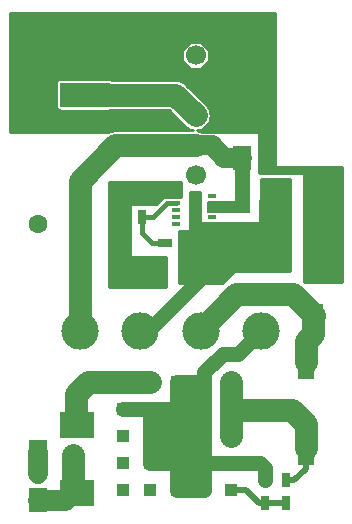
<source format=gtl>
G04 #@! TF.GenerationSoftware,KiCad,Pcbnew,5.1.5*
G04 #@! TF.CreationDate,2020-05-16T12:58:33+02:00*
G04 #@! TF.ProjectId,a500_pwr,61353030-5f70-4777-922e-6b696361645f,rev?*
G04 #@! TF.SameCoordinates,Original*
G04 #@! TF.FileFunction,Copper,L1,Top*
G04 #@! TF.FilePolarity,Positive*
%FSLAX46Y46*%
G04 Gerber Fmt 4.6, Leading zero omitted, Abs format (unit mm)*
G04 Created by KiCad (PCBNEW 5.1.5) date 2020-05-16 12:58:33*
%MOMM*%
%LPD*%
G04 APERTURE LIST*
%ADD10R,2.000000X4.200000*%
%ADD11R,4.200000X2.000000*%
%ADD12C,1.700000*%
%ADD13C,1.600000*%
%ADD14R,1.600000X1.600000*%
%ADD15R,1.470000X3.000000*%
%ADD16R,1.600000X2.000000*%
%ADD17R,1.060000X1.060000*%
%ADD18R,0.750000X1.200000*%
%ADD19R,3.000000X2.200000*%
%ADD20R,0.750000X0.400000*%
%ADD21R,0.800000X2.999999*%
%ADD22R,2.286000X2.286000*%
%ADD23R,1.200000X0.750000*%
%ADD24C,3.175000*%
%ADD25R,3.500000X1.800000*%
%ADD26R,2.000000X1.600000*%
%ADD27R,1.250000X1.500000*%
%ADD28C,0.800000*%
%ADD29C,1.200000*%
%ADD30C,1.270000*%
%ADD31C,1.670000*%
%ADD32C,0.254000*%
%ADD33C,1.651000*%
%ADD34C,1.905000*%
%ADD35C,1.750000*%
%ADD36C,0.508000*%
%ADD37C,0.381000*%
%ADD38C,0.152400*%
G04 APERTURE END LIST*
D10*
X57500000Y-113592600D03*
D11*
X62200000Y-116592600D03*
X62200000Y-110592600D03*
D12*
X71600000Y-123420000D03*
X71600000Y-120880000D03*
X71600000Y-118340000D03*
X71600000Y-113260000D03*
D13*
X58222000Y-127508000D03*
D14*
X61722000Y-127508000D03*
D15*
X80951400Y-146500400D03*
X80951400Y-139200400D03*
D16*
X58267600Y-146869400D03*
X58267600Y-150869400D03*
X81610200Y-131324600D03*
X81610200Y-135324600D03*
D17*
X74637800Y-150052000D03*
X74637800Y-147762000D03*
X74637800Y-145472000D03*
X74637800Y-143182000D03*
X74637800Y-140892000D03*
X72347800Y-150052000D03*
X72347800Y-147762000D03*
X72347800Y-145472000D03*
X72347800Y-143182000D03*
X72347800Y-140892000D03*
X70057800Y-150052000D03*
X70057800Y-147762000D03*
X70057800Y-145472000D03*
X70057800Y-143182000D03*
X70057800Y-140892000D03*
X67767800Y-150052000D03*
X67767800Y-147762000D03*
X67767800Y-145472000D03*
X67767800Y-143182000D03*
X67767800Y-140892000D03*
X65477800Y-150052000D03*
X65477800Y-147762000D03*
X65477800Y-145472000D03*
X65477800Y-143182000D03*
X65477800Y-140892000D03*
D18*
X77520800Y-151140200D03*
X77520800Y-149240200D03*
X79222600Y-149240200D03*
X79222600Y-151140200D03*
D19*
X61569600Y-150321600D03*
X61569600Y-144521600D03*
D20*
X72975200Y-127565000D03*
X72975200Y-126965000D03*
X72975200Y-126365000D03*
X72975200Y-125765000D03*
X72975200Y-125165000D03*
X69925200Y-125165000D03*
X69925200Y-125765000D03*
X69925200Y-126365000D03*
X69925200Y-126965000D03*
X69925200Y-127565000D03*
D21*
X71625200Y-126365000D03*
D22*
X69037000Y-112141000D03*
X66548000Y-112141000D03*
X64059000Y-112141000D03*
D23*
X70952400Y-129108200D03*
X69052400Y-129108200D03*
D18*
X67106800Y-126959400D03*
X67106800Y-125059400D03*
D24*
X77164000Y-136550400D03*
X72034000Y-136550400D03*
X66904000Y-136550400D03*
X61774000Y-136550400D03*
D25*
X72019800Y-131673600D03*
X67019800Y-131673600D03*
D26*
X78518000Y-127254000D03*
X82518000Y-127254000D03*
X78518000Y-124637800D03*
X82518000Y-124637800D03*
D27*
X75565000Y-128173800D03*
X75565000Y-125673800D03*
D16*
X75565000Y-117913400D03*
X75565000Y-121913400D03*
D28*
X81559400Y-129133600D03*
X83337400Y-129133600D03*
X68910200Y-144322800D03*
X68910200Y-146608800D03*
X71196200Y-146591866D03*
X71196200Y-144288933D03*
X71196200Y-141986000D03*
X71196200Y-148894800D03*
D29*
X58267600Y-148818600D03*
D28*
X76682600Y-115570000D03*
X76682600Y-112014000D03*
X73202800Y-115570000D03*
X76682600Y-113792000D03*
X66598800Y-118618000D03*
X57505600Y-118719600D03*
X57505600Y-110490000D03*
X83489800Y-131318000D03*
X77724000Y-121564400D03*
X65125600Y-129082800D03*
X65125600Y-127000000D03*
X65125600Y-124917200D03*
D29*
X61264800Y-147066000D03*
X61264800Y-148361400D03*
D30*
X70057800Y-150052000D02*
X70057800Y-147762000D01*
X67767800Y-147762000D02*
X74637800Y-147762000D01*
X67767800Y-145472000D02*
X72347800Y-145472000D01*
X67767800Y-147762000D02*
X67767800Y-143182000D01*
X65477800Y-143182000D02*
X72347800Y-143182000D01*
X70057800Y-143182000D02*
X70057800Y-140892000D01*
X72347800Y-140892000D02*
X72347800Y-150052000D01*
X70057800Y-147762000D02*
X70057800Y-143182000D01*
X77520800Y-148209000D02*
X77520800Y-149240200D01*
X74637800Y-147762000D02*
X77073800Y-147762000D01*
X77073800Y-147762000D02*
X77520800Y-148209000D01*
X71196200Y-141986000D02*
X71196200Y-140893800D01*
X70057800Y-140892000D02*
X71196200Y-140893800D01*
X71196200Y-140893800D02*
X72347800Y-140892000D01*
X71196200Y-141986000D02*
X71196200Y-144297400D01*
X71196200Y-144297400D02*
X71196200Y-146583400D01*
X71196200Y-146583400D02*
X71196200Y-148894800D01*
X71196200Y-150012400D02*
X71221600Y-150037800D01*
X71196200Y-148894800D02*
X71196200Y-150012400D01*
X72347800Y-150052000D02*
X71221600Y-150037800D01*
X71221600Y-150037800D02*
X70057800Y-150052000D01*
X68935600Y-144297400D02*
X68910200Y-144322800D01*
X71196200Y-144297400D02*
X68935600Y-144297400D01*
X68910200Y-146608800D02*
X68910200Y-144322800D01*
X71170800Y-146608800D02*
X71196200Y-146583400D01*
X68910200Y-146608800D02*
X71170800Y-146608800D01*
X68908600Y-144322800D02*
X67767800Y-143182000D01*
X68910200Y-144322800D02*
X68908600Y-144322800D01*
X68910200Y-146619600D02*
X67767800Y-147762000D01*
X68910200Y-146608800D02*
X68910200Y-146619600D01*
D31*
X58267600Y-146869400D02*
X58267600Y-148716899D01*
D30*
X75182800Y-138531600D02*
X77164000Y-136550400D01*
X73914000Y-138531600D02*
X75182800Y-138531600D01*
X72347800Y-140892000D02*
X72347800Y-140097800D01*
X72347800Y-140097800D02*
X73914000Y-138531600D01*
D32*
X73107600Y-126232600D02*
X72975200Y-126365000D01*
X75316400Y-125425200D02*
X75565000Y-125673800D01*
X72975200Y-125765000D02*
X73194200Y-125984000D01*
D30*
X75565000Y-124739400D02*
X75565000Y-125673800D01*
X75565000Y-121913400D02*
X75565000Y-124739400D01*
D33*
X72975600Y-120880000D02*
X71600000Y-120880000D01*
X75565000Y-121913400D02*
X74009000Y-121913400D01*
X74009000Y-121913400D02*
X72975600Y-120880000D01*
D34*
X61264800Y-150118400D02*
X61264800Y-147066000D01*
D35*
X58267600Y-150869400D02*
X60513800Y-150869400D01*
X60513800Y-150869400D02*
X61264800Y-150118400D01*
D34*
X61774000Y-134305336D02*
X61774000Y-136550400D01*
X61774000Y-123849200D02*
X61774000Y-134305336D01*
X71600000Y-120880000D02*
X64743200Y-120880000D01*
X64743200Y-120880000D02*
X61774000Y-123849200D01*
D36*
X73355200Y-129108200D02*
X73406000Y-129057400D01*
X70952400Y-129108200D02*
X73355200Y-129108200D01*
D30*
X72019800Y-131673600D02*
X72019800Y-131993400D01*
D36*
X73730800Y-128173800D02*
X75565000Y-128173800D01*
X73355200Y-129108200D02*
X73730800Y-128732600D01*
X78518000Y-127254000D02*
X78518000Y-124637800D01*
X72019800Y-129108200D02*
X70952400Y-129108200D01*
X72019800Y-131673600D02*
X72019800Y-129108200D01*
X71625200Y-129085600D02*
X71625200Y-126365000D01*
X70952400Y-129108200D02*
X71602600Y-129108200D01*
X71602600Y-129108200D02*
X71625200Y-129085600D01*
X73415401Y-127619001D02*
X73029201Y-127619001D01*
X73730800Y-128732600D02*
X73730800Y-127934400D01*
X73730800Y-127934400D02*
X73415401Y-127619001D01*
X77419200Y-127254000D02*
X78518000Y-127254000D01*
X75565000Y-128173800D02*
X76499400Y-128173800D01*
X76499400Y-128173800D02*
X77419200Y-127254000D01*
D30*
X67576700Y-136550400D02*
X66904000Y-136550400D01*
X72019800Y-131434600D02*
X72019800Y-132107300D01*
X72019800Y-132107300D02*
X67576700Y-136550400D01*
D34*
X80924400Y-137464800D02*
X81584800Y-136804400D01*
X81584800Y-136804400D02*
X81584800Y-135350000D01*
X80951400Y-139200400D02*
X80924400Y-139173400D01*
X80924400Y-139173400D02*
X80924400Y-137464800D01*
X75057000Y-133477000D02*
X72034000Y-136500000D01*
X72034000Y-136500000D02*
X72034000Y-136550400D01*
X79883000Y-133477000D02*
X75057000Y-133477000D01*
X81610200Y-135324600D02*
X81610200Y-135204200D01*
X81610200Y-135204200D02*
X79883000Y-133477000D01*
D37*
X69169200Y-125765000D02*
X67970400Y-126963800D01*
X69925200Y-125765000D02*
X69169200Y-125765000D01*
X67966000Y-126959400D02*
X67106800Y-126959400D01*
X67970400Y-126963800D02*
X67966000Y-126959400D01*
X69052400Y-129016800D02*
X69138800Y-128930400D01*
X69052400Y-129108200D02*
X69052400Y-129016800D01*
X67106800Y-126959400D02*
X67106800Y-128320800D01*
X67894200Y-129108200D02*
X69052400Y-129108200D01*
X67106800Y-128320800D02*
X67894200Y-129108200D01*
D34*
X65477800Y-140892000D02*
X67767800Y-140892000D01*
X62511200Y-140892000D02*
X65477800Y-140892000D01*
X61468000Y-141935200D02*
X62511200Y-140892000D01*
X61061600Y-144521600D02*
X61468000Y-144115200D01*
X61468000Y-144115200D02*
X61468000Y-141935200D01*
X74637800Y-145472000D02*
X74637800Y-143182000D01*
X74637800Y-143182000D02*
X74637800Y-140892000D01*
D36*
X80951400Y-148258200D02*
X80951400Y-146500400D01*
X79222600Y-149240200D02*
X79969400Y-149240200D01*
X79969400Y-149240200D02*
X80951400Y-148258200D01*
D34*
X80951400Y-144476800D02*
X80951400Y-146500400D01*
X74637800Y-143182000D02*
X74737200Y-143281400D01*
X79756000Y-143281400D02*
X80951400Y-144476800D01*
X74737200Y-143281400D02*
X79756000Y-143281400D01*
D36*
X77520800Y-151140200D02*
X79222600Y-151140200D01*
X75884000Y-150077400D02*
X76946800Y-151140200D01*
X74637800Y-150052000D02*
X75884000Y-150052000D01*
X76946800Y-151140200D02*
X77520800Y-151140200D01*
X75884000Y-150052000D02*
X75884000Y-150077400D01*
D34*
X62006600Y-116586000D02*
X62000000Y-116592600D01*
X71600000Y-118340000D02*
X69846000Y-116586000D01*
X69846000Y-116586000D02*
X62006600Y-116586000D01*
D32*
G36*
X79578200Y-131546600D02*
G01*
X74879200Y-131546600D01*
X74854424Y-131549040D01*
X74830599Y-131556267D01*
X74808643Y-131568003D01*
X74790571Y-131582639D01*
X73836958Y-132511800D01*
X70205950Y-132511800D01*
X70217952Y-128143000D01*
X71031100Y-128143000D01*
X71055876Y-128140560D01*
X71079701Y-128133333D01*
X71101657Y-128121597D01*
X71120903Y-128105803D01*
X71136697Y-128086557D01*
X71148433Y-128064601D01*
X71155660Y-128040776D01*
X71158099Y-128015519D01*
X71145882Y-124790200D01*
X71984815Y-124790200D01*
X72009006Y-127306021D01*
X72011684Y-127330773D01*
X72019140Y-127354527D01*
X72031087Y-127376369D01*
X72047065Y-127395462D01*
X72066461Y-127411070D01*
X72088530Y-127422595D01*
X72112422Y-127429592D01*
X72136000Y-127431800D01*
X72409844Y-127431800D01*
X72417650Y-127438206D01*
X72474457Y-127468570D01*
X72536097Y-127487268D01*
X72600200Y-127493582D01*
X73350200Y-127493582D01*
X73414303Y-127487268D01*
X73475943Y-127468570D01*
X73532750Y-127438206D01*
X73540556Y-127431800D01*
X76949300Y-127431800D01*
X76974076Y-127429360D01*
X76997901Y-127422133D01*
X77019857Y-127410397D01*
X77039103Y-127394603D01*
X77054897Y-127375357D01*
X77066633Y-127353401D01*
X77073860Y-127329576D01*
X77076293Y-127306105D01*
X77113102Y-123723400D01*
X79578200Y-123723400D01*
X79578200Y-131546600D01*
G37*
X79578200Y-131546600D02*
X74879200Y-131546600D01*
X74854424Y-131549040D01*
X74830599Y-131556267D01*
X74808643Y-131568003D01*
X74790571Y-131582639D01*
X73836958Y-132511800D01*
X70205950Y-132511800D01*
X70217952Y-128143000D01*
X71031100Y-128143000D01*
X71055876Y-128140560D01*
X71079701Y-128133333D01*
X71101657Y-128121597D01*
X71120903Y-128105803D01*
X71136697Y-128086557D01*
X71148433Y-128064601D01*
X71155660Y-128040776D01*
X71158099Y-128015519D01*
X71145882Y-124790200D01*
X71984815Y-124790200D01*
X72009006Y-127306021D01*
X72011684Y-127330773D01*
X72019140Y-127354527D01*
X72031087Y-127376369D01*
X72047065Y-127395462D01*
X72066461Y-127411070D01*
X72088530Y-127422595D01*
X72112422Y-127429592D01*
X72136000Y-127431800D01*
X72409844Y-127431800D01*
X72417650Y-127438206D01*
X72474457Y-127468570D01*
X72536097Y-127487268D01*
X72600200Y-127493582D01*
X73350200Y-127493582D01*
X73414303Y-127487268D01*
X73475943Y-127468570D01*
X73532750Y-127438206D01*
X73540556Y-127431800D01*
X76949300Y-127431800D01*
X76974076Y-127429360D01*
X76997901Y-127422133D01*
X77019857Y-127410397D01*
X77039103Y-127394603D01*
X77054897Y-127375357D01*
X77066633Y-127353401D01*
X77073860Y-127329576D01*
X77076293Y-127306105D01*
X77113102Y-123723400D01*
X79578200Y-123723400D01*
X79578200Y-131546600D01*
G36*
X70397190Y-125222000D02*
G01*
X68973700Y-125222000D01*
X68948924Y-125224440D01*
X68925099Y-125231667D01*
X68903143Y-125243403D01*
X68888639Y-125254694D01*
X68277187Y-125806200D01*
X66167000Y-125806200D01*
X66142224Y-125808640D01*
X66118399Y-125815867D01*
X66096443Y-125827603D01*
X66077197Y-125843397D01*
X66061403Y-125862643D01*
X66049667Y-125884599D01*
X66042440Y-125908424D01*
X66040000Y-125933200D01*
X66040000Y-130175000D01*
X66042440Y-130199776D01*
X66049667Y-130223601D01*
X66061403Y-130245557D01*
X66077197Y-130264803D01*
X66096443Y-130280597D01*
X66118399Y-130292333D01*
X66142224Y-130299560D01*
X66167000Y-130302000D01*
X69138800Y-130302000D01*
X69138800Y-132892800D01*
X64236600Y-132892800D01*
X64236600Y-124002800D01*
X70407701Y-124002800D01*
X70397190Y-125222000D01*
G37*
X70397190Y-125222000D02*
X68973700Y-125222000D01*
X68948924Y-125224440D01*
X68925099Y-125231667D01*
X68903143Y-125243403D01*
X68888639Y-125254694D01*
X68277187Y-125806200D01*
X66167000Y-125806200D01*
X66142224Y-125808640D01*
X66118399Y-125815867D01*
X66096443Y-125827603D01*
X66077197Y-125843397D01*
X66061403Y-125862643D01*
X66049667Y-125884599D01*
X66042440Y-125908424D01*
X66040000Y-125933200D01*
X66040000Y-130175000D01*
X66042440Y-130199776D01*
X66049667Y-130223601D01*
X66061403Y-130245557D01*
X66077197Y-130264803D01*
X66096443Y-130280597D01*
X66118399Y-130292333D01*
X66142224Y-130299560D01*
X66167000Y-130302000D01*
X69138800Y-130302000D01*
X69138800Y-132892800D01*
X64236600Y-132892800D01*
X64236600Y-124002800D01*
X70407701Y-124002800D01*
X70397190Y-125222000D01*
G36*
X78308600Y-122413054D02*
G01*
X78307128Y-122428000D01*
X78313005Y-122487673D01*
X78330411Y-122545052D01*
X78358677Y-122597933D01*
X78396716Y-122644284D01*
X78443067Y-122682323D01*
X78495948Y-122710589D01*
X78553327Y-122727995D01*
X78613000Y-122733872D01*
X78627946Y-122732400D01*
X84023600Y-122732400D01*
X84023600Y-132461000D01*
X80797400Y-132461000D01*
X80797400Y-123342400D01*
X80794960Y-123317624D01*
X80787733Y-123293799D01*
X80775997Y-123271843D01*
X80760203Y-123252597D01*
X80740957Y-123236803D01*
X80719001Y-123225067D01*
X80695176Y-123217840D01*
X80670400Y-123215400D01*
X77012800Y-123215400D01*
X77012800Y-119888000D01*
X77010360Y-119863224D01*
X77003133Y-119839399D01*
X76991397Y-119817443D01*
X76975603Y-119798197D01*
X76956357Y-119782403D01*
X76934401Y-119770667D01*
X76910576Y-119763440D01*
X76885800Y-119761000D01*
X73256990Y-119761000D01*
X73201529Y-119744176D01*
X73032214Y-119727500D01*
X73032207Y-119727500D01*
X72975600Y-119721925D01*
X72918993Y-119727500D01*
X72158096Y-119727500D01*
X72092012Y-119692177D01*
X71850826Y-119619014D01*
X71759301Y-119610000D01*
X71850825Y-119600985D01*
X72092012Y-119527823D01*
X72314291Y-119409012D01*
X72509120Y-119249120D01*
X72669012Y-119054291D01*
X72787823Y-118832012D01*
X72860985Y-118590825D01*
X72885690Y-118340000D01*
X72860985Y-118089174D01*
X72787823Y-117847987D01*
X72669012Y-117625709D01*
X72549184Y-117479698D01*
X70795183Y-115725697D01*
X70755120Y-115676880D01*
X70560291Y-115516988D01*
X70338012Y-115398177D01*
X70096826Y-115325014D01*
X69908849Y-115306500D01*
X69908838Y-115306500D01*
X69846000Y-115300311D01*
X69783162Y-115306500D01*
X64458427Y-115306500D01*
X64425743Y-115289030D01*
X64364103Y-115270332D01*
X64300000Y-115264018D01*
X60100000Y-115264018D01*
X60035897Y-115270332D01*
X59974257Y-115289030D01*
X59917450Y-115319394D01*
X59867657Y-115360257D01*
X59826794Y-115410050D01*
X59796430Y-115466857D01*
X59777732Y-115528497D01*
X59771418Y-115592600D01*
X59771418Y-117592600D01*
X59777732Y-117656703D01*
X59796430Y-117718343D01*
X59826794Y-117775150D01*
X59867657Y-117824943D01*
X59917450Y-117865806D01*
X59974257Y-117896170D01*
X60035897Y-117914868D01*
X60100000Y-117921182D01*
X64300000Y-117921182D01*
X64364103Y-117914868D01*
X64425743Y-117896170D01*
X64482550Y-117865806D01*
X64482923Y-117865500D01*
X69316014Y-117865500D01*
X70739698Y-119289184D01*
X70885709Y-119409012D01*
X71107987Y-119527823D01*
X71347575Y-119600500D01*
X64806038Y-119600500D01*
X64743200Y-119594311D01*
X64680362Y-119600500D01*
X64680351Y-119600500D01*
X64492374Y-119619014D01*
X64251188Y-119692177D01*
X64146319Y-119748231D01*
X64122430Y-119761000D01*
X55879600Y-119761000D01*
X55879600Y-113144076D01*
X70423000Y-113144076D01*
X70423000Y-113375924D01*
X70468231Y-113603318D01*
X70556956Y-113817519D01*
X70685764Y-114010294D01*
X70849706Y-114174236D01*
X71042481Y-114303044D01*
X71256682Y-114391769D01*
X71484076Y-114437000D01*
X71715924Y-114437000D01*
X71943318Y-114391769D01*
X72157519Y-114303044D01*
X72350294Y-114174236D01*
X72514236Y-114010294D01*
X72643044Y-113817519D01*
X72731769Y-113603318D01*
X72777000Y-113375924D01*
X72777000Y-113144076D01*
X72731769Y-112916682D01*
X72643044Y-112702481D01*
X72514236Y-112509706D01*
X72350294Y-112345764D01*
X72157519Y-112216956D01*
X71943318Y-112128231D01*
X71715924Y-112083000D01*
X71484076Y-112083000D01*
X71256682Y-112128231D01*
X71042481Y-112216956D01*
X70849706Y-112345764D01*
X70685764Y-112509706D01*
X70556956Y-112702481D01*
X70468231Y-112916682D01*
X70423000Y-113144076D01*
X55879600Y-113144076D01*
X55879600Y-109702600D01*
X78308601Y-109702600D01*
X78308600Y-122413054D01*
G37*
X78308600Y-122413054D02*
X78307128Y-122428000D01*
X78313005Y-122487673D01*
X78330411Y-122545052D01*
X78358677Y-122597933D01*
X78396716Y-122644284D01*
X78443067Y-122682323D01*
X78495948Y-122710589D01*
X78553327Y-122727995D01*
X78613000Y-122733872D01*
X78627946Y-122732400D01*
X84023600Y-122732400D01*
X84023600Y-132461000D01*
X80797400Y-132461000D01*
X80797400Y-123342400D01*
X80794960Y-123317624D01*
X80787733Y-123293799D01*
X80775997Y-123271843D01*
X80760203Y-123252597D01*
X80740957Y-123236803D01*
X80719001Y-123225067D01*
X80695176Y-123217840D01*
X80670400Y-123215400D01*
X77012800Y-123215400D01*
X77012800Y-119888000D01*
X77010360Y-119863224D01*
X77003133Y-119839399D01*
X76991397Y-119817443D01*
X76975603Y-119798197D01*
X76956357Y-119782403D01*
X76934401Y-119770667D01*
X76910576Y-119763440D01*
X76885800Y-119761000D01*
X73256990Y-119761000D01*
X73201529Y-119744176D01*
X73032214Y-119727500D01*
X73032207Y-119727500D01*
X72975600Y-119721925D01*
X72918993Y-119727500D01*
X72158096Y-119727500D01*
X72092012Y-119692177D01*
X71850826Y-119619014D01*
X71759301Y-119610000D01*
X71850825Y-119600985D01*
X72092012Y-119527823D01*
X72314291Y-119409012D01*
X72509120Y-119249120D01*
X72669012Y-119054291D01*
X72787823Y-118832012D01*
X72860985Y-118590825D01*
X72885690Y-118340000D01*
X72860985Y-118089174D01*
X72787823Y-117847987D01*
X72669012Y-117625709D01*
X72549184Y-117479698D01*
X70795183Y-115725697D01*
X70755120Y-115676880D01*
X70560291Y-115516988D01*
X70338012Y-115398177D01*
X70096826Y-115325014D01*
X69908849Y-115306500D01*
X69908838Y-115306500D01*
X69846000Y-115300311D01*
X69783162Y-115306500D01*
X64458427Y-115306500D01*
X64425743Y-115289030D01*
X64364103Y-115270332D01*
X64300000Y-115264018D01*
X60100000Y-115264018D01*
X60035897Y-115270332D01*
X59974257Y-115289030D01*
X59917450Y-115319394D01*
X59867657Y-115360257D01*
X59826794Y-115410050D01*
X59796430Y-115466857D01*
X59777732Y-115528497D01*
X59771418Y-115592600D01*
X59771418Y-117592600D01*
X59777732Y-117656703D01*
X59796430Y-117718343D01*
X59826794Y-117775150D01*
X59867657Y-117824943D01*
X59917450Y-117865806D01*
X59974257Y-117896170D01*
X60035897Y-117914868D01*
X60100000Y-117921182D01*
X64300000Y-117921182D01*
X64364103Y-117914868D01*
X64425743Y-117896170D01*
X64482550Y-117865806D01*
X64482923Y-117865500D01*
X69316014Y-117865500D01*
X70739698Y-119289184D01*
X70885709Y-119409012D01*
X71107987Y-119527823D01*
X71347575Y-119600500D01*
X64806038Y-119600500D01*
X64743200Y-119594311D01*
X64680362Y-119600500D01*
X64680351Y-119600500D01*
X64492374Y-119619014D01*
X64251188Y-119692177D01*
X64146319Y-119748231D01*
X64122430Y-119761000D01*
X55879600Y-119761000D01*
X55879600Y-113144076D01*
X70423000Y-113144076D01*
X70423000Y-113375924D01*
X70468231Y-113603318D01*
X70556956Y-113817519D01*
X70685764Y-114010294D01*
X70849706Y-114174236D01*
X71042481Y-114303044D01*
X71256682Y-114391769D01*
X71484076Y-114437000D01*
X71715924Y-114437000D01*
X71943318Y-114391769D01*
X72157519Y-114303044D01*
X72350294Y-114174236D01*
X72514236Y-114010294D01*
X72643044Y-113817519D01*
X72731769Y-113603318D01*
X72777000Y-113375924D01*
X72777000Y-113144076D01*
X72731769Y-112916682D01*
X72643044Y-112702481D01*
X72514236Y-112509706D01*
X72350294Y-112345764D01*
X72157519Y-112216956D01*
X71943318Y-112128231D01*
X71715924Y-112083000D01*
X71484076Y-112083000D01*
X71256682Y-112128231D01*
X71042481Y-112216956D01*
X70849706Y-112345764D01*
X70685764Y-112509706D01*
X70556956Y-112702481D01*
X70468231Y-112916682D01*
X70423000Y-113144076D01*
X55879600Y-113144076D01*
X55879600Y-109702600D01*
X78308601Y-109702600D01*
X78308600Y-122413054D01*
D38*
G36*
X76111100Y-126492000D02*
G01*
X73396253Y-126492000D01*
X73350200Y-126487464D01*
X72682100Y-126487464D01*
X72682100Y-125642536D01*
X73350200Y-125642536D01*
X73364779Y-125641100D01*
X74930000Y-125641100D01*
X74944866Y-125639636D01*
X74959160Y-125635300D01*
X74972334Y-125628258D01*
X74983882Y-125618782D01*
X74993358Y-125607234D01*
X75000400Y-125594060D01*
X75004736Y-125579766D01*
X75006200Y-125564900D01*
X75006200Y-124968000D01*
X76111100Y-124968000D01*
X76111100Y-126492000D01*
G37*
X76111100Y-126492000D02*
X73396253Y-126492000D01*
X73350200Y-126487464D01*
X72682100Y-126487464D01*
X72682100Y-125642536D01*
X73350200Y-125642536D01*
X73364779Y-125641100D01*
X74930000Y-125641100D01*
X74944866Y-125639636D01*
X74959160Y-125635300D01*
X74972334Y-125628258D01*
X74983882Y-125618782D01*
X74993358Y-125607234D01*
X75000400Y-125594060D01*
X75004736Y-125579766D01*
X75006200Y-125564900D01*
X75006200Y-124968000D01*
X76111100Y-124968000D01*
X76111100Y-126492000D01*
M02*

</source>
